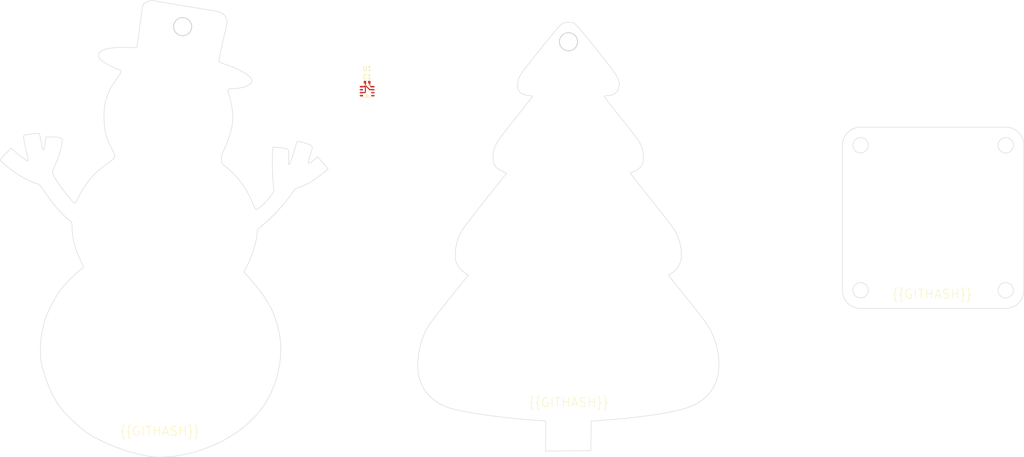
<source format=kicad_pcb>
(kicad_pcb (version 20221018) (generator pcbnew)
  (layers (0 "F.Cu" signal) (31 "B.Cu" signal) (34 "B.Paste" user) (35 "F.Paste" user) (36 "B.SilkS" user "B.Silkscreen") (37 "F.SilkS" user "F.Silkscreen") (38 "B.Mask" user) (39 "F.Mask" user) (44 "Edge.Cuts" user))
  (net 0 "")
  (net 1 "sck")
  (net 2 "sdi")
  (net 3 "vcc")
  (net 4 "gnd")
  (footprint "lib:LGA-8_BME280_BL" (layer "F.Cu") (at 116.84 69.85)
    (fp_text reference "U1" (at 0 -4.98) (layer "F.SilkS"))
    (fp_text value "")
    (fp_line (start 1.33 -1.33) (end -1.33 -1.33) (stroke (width 0.15)) (layer "F.SilkS"))
    (fp_line (start 1.33 1.33) (end -1.33 1.33) (stroke (width 0.15)) (layer "F.SilkS"))
    (fp_circle (center 0 0.89) (end 0.15 0.89) (stroke (width 0.3)) (fill none) (layer "F.SilkS"))
    (fp_circle (center 0.51 -1.02) (end 0.61 -1.02) (stroke (width 0.2)) (fill none) (layer "F.SilkS"))
    (pad "1" smd oval (at 1.26 -0.98 90) (size 0.36 0.77) (layers "F.Cu" "F.Paste" "F.Mask") (net 4 "gnd"))
    (pad "2" smd oval (at 1.26 -0.33 90) (size 0.36 0.77) (layers "F.Cu" "F.Paste" "F.Mask") (net 3 "vcc"))
    (pad "3" smd oval (at 1.26 0.32 90) (size 0.36 0.77) (layers "F.Cu" "F.Paste" "F.Mask") (net 2 "sdi"))
    (pad "4" smd oval (at 1.26 0.98 90) (size 0.36 0.77) (layers "F.Cu" "F.Paste" "F.Mask") (net 1 "sck"))
    (pad "5" smd oval (at -1.26 0.98 90) (size 0.36 0.77) (layers "F.Cu" "F.Paste" "F.Mask") (net 4 "gnd"))
    (pad "6" smd oval (at -1.26 0.32 90) (size 0.36 0.77) (layers "F.Cu" "F.Paste" "F.Mask") (net 3 "vcc"))
    (pad "7" smd oval (at -1.26 -0.33 90) (size 0.36 0.77) (layers "F.Cu" "F.Paste" "F.Mask") (net 4 "gnd"))
    (pad "8" smd oval (at -1.26 -0.98 90) (size 0.36 0.77) (layers "F.Cu" "F.Paste" "F.Mask") (net 3 "vcc"))
  )
  (footprint "lib:C0402" (layer "F.Cu") (at 116.838424 67.859214)
    (fp_text reference "C1" (at 0 -1.16) (layer "F.SilkS"))
    (fp_text value "Multilayer Ceramic Capacitors MLCC - SMD/SMT 100nF 10V 0402 RoHS")
    (fp_line (start -0.107836 -0.36) (end 0.107836 -0.36) (stroke (width 0.12)) (layer "F.SilkS"))
    (fp_line (start -0.107836 0.36) (end 0.107836 0.36) (stroke (width 0.12)) (layer "F.SilkS"))
    (pad "1" smd roundrect (at -0.48 0) (size 0.56 0.62) (layers "F.Cu" "F.Paste" "F.Mask") (net 3 "vcc"))
    (pad "2" smd roundrect (at 0.48 0) (size 0.56 0.62) (layers "F.Cu" "F.Paste" "F.Mask") (net 4 "gnd"))
  )
  (gr_circle (center 225.62 81.79) (end 227.32 81.79) (stroke (width 0.1)) (fill none) (layer "Edge.Cuts"))
  (gr_circle (center 257.62 113.79) (end 259.32 113.79) (stroke (width 0.1)) (fill none) (layer "Edge.Cuts"))
  (gr_circle (center 257.62 81.79) (end 259.32 81.79) (stroke (width 0.1)) (fill none) (layer "Edge.Cuts"))
  (gr_poly (pts (xy 75.142222 50.797022) (xy 79.756606 51.568267) (xy 82.366969 51.99203) (xy 83.019066 52.095762) (xy 83.303876 52.146979) (xy 83.563537 52.198618) (xy 83.799806 52.251323) (xy 84.01444 52.305736) (xy 84.209196 52.362498) (xy 84.385831 52.422252) (xy 84.546102 52.485641) (xy 84.691766 52.553306) (xy 84.824581 52.62589) (xy 84.946303 52.704035) (xy 85.05869 52.788383) (xy 85.163499 52.879577) (xy 85.262486 52.978258) (xy 85.357409 53.08507) (xy 85.479286 53.234958) (xy 85.586233 53.378736) (xy 85.634185 53.44915) (xy 85.678498 53.519015) (xy 85.719202 53.588656) (xy 85.75633 53.658402) (xy 85.789911 53.728576) (xy 85.819976 53.799506) (xy 85.846558 53.871517) (xy 85.869686 53.944936) (xy 85.889392 54.020089) (xy 85.905707 54.097301) (xy 85.918662 54.176899) (xy 85.928287 54.259209) (xy 85.934615 54.344557) (xy 85.937675 54.433269) (xy 85.937499 54.525672) (xy 85.934119 54.62209) (xy 85.927564 54.722851) (xy 85.917866 54.82828) (xy 85.889166 55.054449) (xy 85.848266 55.303204) (xy 85.795414 55.577155) (xy 85.730859 55.878909) (xy 85.654849 56.211077) (xy 84.878546 59.55341) (xy 84.657875 60.550977) (xy 84.450892 61.532488) (xy 84.331406 62.116419) (xy 84.229648 62.629765) (xy 84.15639 63.017063) (xy 84.122409 63.222849) (xy 84.123062 63.236814) (xy 84.127967 63.251873) (xy 84.137065 63.268001) (xy 84.150302 63.285171) (xy 84.167619 63.303357) (xy 84.188962 63.322534) (xy 84.214273 63.342674) (xy 84.243497 63.363751) (xy 84.313454 63.408613) (xy 84.398381 63.456909) (xy 84.497828 63.50843) (xy 84.611342 63.562966) (xy 84.738473 63.620306) (xy 84.878767 63.680241) (xy 85.031775 63.742561) (xy 85.197043 63.807056) (xy 85.374121 63.873515) (xy 85.562558 63.94173) (xy 85.7619 64.011489) (xy 85.971698 64.082583) (xy 86.585981 64.296029) (xy 87.172975 64.516947) (xy 87.730729 64.744054) (xy 88.257293 64.976069) (xy 88.75072 65.211708) (xy 89.209058 65.449689) (xy 89.63036 65.68873) (xy 90.012676 65.927548) (xy 90.354056 66.16486) (xy 90.652552 66.399385) (xy 90.906214 66.629839) (xy 91.113092 66.85494) (xy 91.271238 67.073405) (xy 91.378702 67.283953) (xy 91.412819 67.385857) (xy 91.433535 67.485301) (xy 91.440605 67.582123) (xy 91.433787 67.676165) (xy 91.41712 67.753004) (xy 91.390362 67.829368) (xy 91.35383 67.905131) (xy 91.307839 67.980165) (xy 91.252707 68.054343) (xy 91.188749 68.12754) (xy 91.116281 68.199626) (xy 91.03562 68.270477) (xy 90.947082 68.339964) (xy 90.850984 68.407961) (xy 90.747641 68.47434) (xy 90.637371 68.538975) (xy 90.520488 68.601739) (xy 90.39731 68.662505) (xy 90.268153 68.721145) (xy 90.133332 68.777534) (xy 89.993165 68.831543) (xy 89.847967 68.883047) (xy 89.543745 68.978027) (xy 89.223197 69.06146) (xy 88.888852 69.132329) (xy 88.54324 69.189618) (xy 88.188892 69.232313) (xy 88.009232 69.24787) (xy 87.828337 69.259397) (xy 87.646523 69.266767) (xy 87.464106 69.269854) (xy 87.202959 69.272042) (xy 86.97453 69.277492) (xy 86.777472 69.288473) (xy 86.690288 69.296746) (xy 86.610443 69.307253) (xy 86.537768 69.320276) (xy 86.472096 69.3361) (xy 86.413258 69.355009) (xy 86.361087 69.377285) (xy 86.315414 69.403211) (xy 86.276071 69.433073) (xy 86.24289 69.467154) (xy 86.215703 69.505736) (xy 86.194342 69.549103) (xy 86.178638 69.59754) (xy 86.168424 69.65133) (xy 86.163532 69.710755) (xy 86.163793 69.776101) (xy 86.169039 69.847649) (xy 86.179102 69.925685) (xy 86.193814 70.010491) (xy 86.236514 70.20155) (xy 86.295792 70.423093) (xy 86.370304 70.677389) (xy 86.458705 70.966708) (xy 86.582128 71.384478) (xy 86.694998 71.803093) (xy 86.797211 72.221567) (xy 86.888665 72.638919) (xy 86.969257 73.054166) (xy 87.038885 73.466323) (xy 87.097447 73.874409) (xy 87.144838 74.277439) (xy 87.180958 74.674432) (xy 87.205702 75.064404) (xy 87.21897 75.446371) (xy 87.220657 75.819352) (xy 87.210662 76.182361) (xy 87.188881 76.534418) (xy 87.155212 76.874538) (xy 87.109553 77.201739) (xy 86.986123 77.871628) (xy 86.830027 78.558912) (xy 86.643845 79.255662) (xy 86.430157 79.953949) (xy 86.19154 80.645848) (xy 85.930575 81.323429) (xy 85.649841 81.978766) (xy 85.351916 82.60393) (xy 85.189192 82.938586) (xy 85.118752 83.093315) (xy 85.055229 83.240939) (xy 84.998352 83.382431) (xy 84.947849 83.518761) (xy 84.903447 83.650903) (xy 84.864875 83.779828) (xy 84.831859 83.906506) (xy 84.804129 84.031911) (xy 84.781412 84.157013) (xy 84.763435 84.282785) (xy 84.749927 84.410197) (xy 84.740615 84.540223) (xy 84.735228 84.673833) (xy 84.733493 84.811999) (xy 84.736223 85.129082) (xy 84.741369 85.261496) (xy 84.750575 85.379459) (xy 84.764997 85.485194) (xy 84.774524 85.534172) (xy 84.785789 85.580928) (xy 84.798934 85.625739) (xy 84.814106 85.668884) (xy 84.831447 85.710641) (xy 84.851104 85.751288) (xy 84.873219 85.791103) (xy 84.897937 85.830364) (xy 84.925403 85.869349) (xy 84.955761 85.908337) (xy 84.989155 85.947605) (xy 85.02573 85.987432) (xy 85.109 86.069873) (xy 85.206725 86.157886) (xy 85.320061 86.253696) (xy 85.598185 86.477602) (xy 86.096863 86.886277) (xy 86.577755 87.306529) (xy 87.04138 87.739064) (xy 87.488258 88.184586) (xy 87.918909 88.6438) (xy 88.333852 89.117412) (xy 88.733607 89.606125) (xy 89.118694 90.110646) (xy 89.489632 90.631678) (xy 89.846941 91.169927) (xy 90.19114 91.726098) (xy 90.52275 92.300895) (xy 90.84229 92.895024) (xy 91.150279 93.509189) (xy 91.447237 94.144095) (xy 91.733683 94.800448) (xy 91.84059 95.047283) (xy 91.945802 95.277558) (xy 92.046625 95.486234) (xy 92.140364 95.668271) (xy 92.224324 95.818627) (xy 92.295813 95.932265) (xy 92.326039 95.973739) (xy 92.352136 96.004143) (xy 92.373767 96.022848) (xy 92.382804 96.027616) (xy 92.390597 96.029223) (xy 92.399173 96.028006) (xy 92.410522 96.024397) (xy 92.441219 96.010237) (xy 92.482045 95.987221) (xy 92.53236 95.955824) (xy 92.591521 95.916524) (xy 92.658887 95.869798) (xy 92.815666 95.755976) (xy 92.997564 95.618173) (xy 93.199447 95.460204) (xy 93.416182 95.285885) (xy 93.642634 95.099032) (xy 93.891007 94.882848) (xy 94.141366 94.648628) (xy 94.390948 94.400061) (xy 94.636991 94.140836) (xy 94.87673 93.874641) (xy 95.107403 93.605164) (xy 95.326247 93.336095) (xy 95.530498 93.071122) (xy 95.717394 92.813933) (xy 95.884171 92.568218) (xy 96.028066 92.337665) (xy 96.146316 92.125962) (xy 96.236159 91.936798) (xy 96.294829 91.773863) (xy 96.311612 91.703383) (xy 96.319566 91.640844) (xy 96.318345 91.586706) (xy 96.307605 91.54143) (xy 96.264441 91.378418) (xy 96.221593 91.121805) (xy 96.138989 90.373142) (xy 96.064068 89.386161) (xy 96.001109 88.251583) (xy 95.954389 87.060129) (xy 95.928186 85.902519) (xy 95.926777 84.869474) (xy 95.95444 84.051714) (xy 96.07471 82.177477) (xy 97.36716 82.304781) (xy 98.13507 82.379263) (xy 98.441266 82.413109) (xy 98.700599 82.449744) (xy 98.916803 82.492956) (xy 99.009898 82.518212) (xy 99.09361 82.546534) (xy 99.168406 82.578395) (xy 99.234753 82.614268) (xy 99.293117 82.654627) (xy 99.343964 82.699946) (xy 99.387763 82.750698) (xy 99.424978 82.807357) (xy 99.456076 82.870396) (xy 99.481525 82.94029) (xy 99.501791 83.017511) (xy 99.51734 83.102533) (xy 99.536155 83.297877) (xy 99.541702 83.530109) (xy 99.537716 83.803018) (xy 99.51607 84.486025) (xy 99.501811 85.019341) (xy 99.495778 85.429631) (xy 99.49953 85.727933) (xy 99.505563 85.838537) (xy 99.514626 85.925284) (xy 99.526915 85.989553) (xy 99.542625 86.032723) (xy 99.551823 86.046828) (xy 99.56195 86.056175) (xy 99.573029 86.060938) (xy 99.585085 86.061289) (xy 99.612224 86.049443) (xy 99.643564 86.022019) (xy 99.679299 85.980395) (xy 99.719623 85.925951) (xy 99.770963 85.835961) (xy 99.83738 85.6921) (xy 100.00736 85.267042) (xy 100.213404 84.699332) (xy 100.439353 84.037526) (xy 100.669049 83.330178) (xy 100.886332 82.625845) (xy 101.075044 81.973082) (xy 101.219027 81.420443) (xy 101.232451 81.367288) (xy 101.246658 81.317349) (xy 101.261814 81.270604) (xy 101.278084 81.227032) (xy 101.295634 81.186611) (xy 101.314631 81.149321) (xy 101.33524 81.115138) (xy 101.357628 81.084043) (xy 101.381959 81.056013) (xy 101.4084 81.031027) (xy 101.437117 81.009064) (xy 101.468275 80.990102) (xy 101.502041 80.974119) (xy 101.538581 80.961095) (xy 101.578059 80.951007) (xy 101.620643 80.943835) (xy 101.666497 80.939556) (xy 101.715788 80.938149) (xy 101.768682 80.939594) (xy 101.825345 80.943867) (xy 101.885942 80.950949) (xy 101.950639 80.960817) (xy 102.019603 80.97345) (xy 102.092998 80.988826) (xy 102.170992 81.006924) (xy 102.253749 81.027723) (xy 102.434219 81.077337) (xy 102.635734 81.137495) (xy 102.859622 81.208025) (xy 103.581471 81.438726) (xy 103.868146 81.535185) (xy 104.108644 81.625316) (xy 104.212356 81.669476) (xy 104.305459 81.713816) (xy 104.388264 81.758923) (xy 104.461082 81.805384) (xy 104.524226 81.853787) (xy 104.578006 81.904719) (xy 104.622735 81.958768) (xy 104.658725 82.01652) (xy 104.686285 82.078563) (xy 104.705729 82.145484) (xy 104.717368 82.217871) (xy 104.721513 82.296311) (xy 104.718476 82.381392) (xy 104.708568 82.4737) (xy 104.692102 82.573823) (xy 104.669388 82.682348) (xy 104.606464 82.926954) (xy 104.522289 83.212218) (xy 104.300158 83.92351) (xy 104.076968 84.658354) (xy 103.993442 84.95378) (xy 103.929762 85.203046) (xy 103.886777 85.407528) (xy 103.865337 85.568604) (xy 103.862962 85.633296) (xy 103.866292 85.687652) (xy 103.875434 85.731846) (xy 103.890492 85.766049) (xy 103.911574 85.790433) (xy 103.938786 85.805172) (xy 103.972234 85.810436) (xy 104.012025 85.806398) (xy 104.058263 85.79323) (xy 104.111056 85.771105) (xy 104.236732 85.700671) (xy 104.3899 85.596472) (xy 104.571411 85.459887) (xy 105.02286 85.095065) (xy 105.918216 84.355181) (xy 106.388476 84.86751) (xy 106.496975 84.987739) (xy 106.625318 85.133369) (xy 106.92254 85.478508) (xy 107.242155 85.858286) (xy 107.546176 86.22806) (xy 108.2336 87.076296) (xy 106.72333 88.254687) (xy 106.031007 88.783192) (xy 105.392025 89.245391) (xy 105.089314 89.453516) (xy 104.796071 89.647331) (xy 104.511007 89.827593) (xy 104.232833 89.995056) (xy 103.960259 90.150478) (xy 103.691998 90.294613) (xy 103.426759 90.428217) (xy 103.163254 90.552046) (xy 102.900193 90.666855) (xy 102.636288 90.773401) (xy 102.370249 90.872439) (xy 102.100787 90.964724) (xy 101.955978 91.013649) (xy 101.818902 91.062832) (xy 101.689432 91.112348) (xy 101.567439 91.162273) (xy 101.452795 91.212683) (xy 101.345371 91.263651) (xy 101.245039 91.315254) (xy 101.151671 91.367567) (xy 101.065138 91.420665) (xy 100.985313 91.474624) (xy 100.912065 91.529517) (xy 100.845269 91.585421) (xy 100.784794 91.642412) (xy 100.730512 91.700563) (xy 100.682296 91.759951) (xy 100.640017 91.82065) (xy 100.313962 92.312951) (xy 99.958065 92.82026) (xy 99.575318 93.339289) (xy 99.168711 93.866747) (xy 98.741234 94.399346) (xy 98.295878 94.933795) (xy 97.835635 95.466804) (xy 97.363494 95.995083) (xy 96.882446 96.515343) (xy 96.395482 97.024295) (xy 95.905593 97.518647) (xy 95.415769 97.995111) (xy 94.929002 98.450396) (xy 94.44828 98.881213) (xy 93.976596 99.284272) (xy 93.51694 99.656283) (xy 93.364132 99.777198) (xy 93.228349 99.887118) (xy 93.108601 99.987555) (xy 93.003899 100.080022) (xy 92.913256 100.166032) (xy 92.835682 100.247098) (xy 92.770188 100.324733) (xy 92.741662 100.362737) (xy 92.715786 100.40045) (xy 92.692435 100.438062) (xy 92.671487 100.475762) (xy 92.652817 100.513738) (xy 92.636302 100.552181) (xy 92.621819 100.591279) (xy 92.609244 100.631221) (xy 92.589322 100.714395) (xy 92.575548 100.803215) (xy 92.566934 100.899195) (xy 92.56249 101.003847) (xy 92.561229 101.118685) (xy 92.548214 101.459191) (xy 92.510172 101.840399) (xy 92.448603 102.257479) (xy 92.365007 102.705605) (xy 92.260885 103.179948) (xy 92.137739 103.675679) (xy 91.997068 104.187971) (xy 91.840373 104.711996) (xy 91.669155 105.242926) (xy 91.484915 105.775933) (xy 91.289154 106.306188) (xy 91.083372 106.828864) (xy 90.86907 107.339132) (xy 90.647749 107.832164) (xy 90.420909 108.303133) (xy 90.190051 108.74721) (xy 89.658061 109.729433) (xy 90.799319 111.025652) (xy 91.552256 111.894452) (xy 92.247519 112.726345) (xy 92.887901 113.52649) (xy 93.476195 114.300047) (xy 94.015193 115.052178) (xy 94.507688 115.788042) (xy 94.956473 116.5128) (xy 95.364341 117.231612) (xy 95.734083 117.949638) (xy 96.068493 118.672038) (xy 96.370364 119.403974) (xy 96.642488 120.150605) (xy 96.887657 120.917091) (xy 97.108665 121.708593) (xy 97.308304 122.530271) (xy 97.489367 123.387286) (xy 97.659586 124.435519) (xy 97.764545 125.512723) (xy 97.805707 126.613102) (xy 97.784533 127.73086) (xy 97.702485 128.860202) (xy 97.561026 129.995332) (xy 97.361618 131.130454) (xy 97.105722 132.259774) (xy 96.794801 133.377494) (xy 96.430316 134.47782) (xy 96.01373 135.554956) (xy 95.546505 136.603107) (xy 95.030102 137.616476) (xy 94.465984 138.589268) (xy 93.855613 139.515689) (xy 93.20045 140.389941) (xy 92.386005 141.350273) (xy 91.510226 142.273552) (xy 90.576227 143.158109) (xy 89.587122 144.002278) (xy 88.546024 144.80439) (xy 87.456048 145.562779) (xy 86.320308 146.275777) (xy 85.141916 146.941716) (xy 83.923988 147.558929) (xy 82.669636 148.125749) (xy 81.381976 148.640508) (xy 80.06412 149.101539) (xy 78.719182 149.507174) (xy 77.350277 149.855747) (xy 75.960518 150.145589) (xy 74.553019 150.375033) (xy 73.862872 150.459306) (xy 73.131633 150.525975) (xy 72.383923 150.574372) (xy 71.644361 150.603827) (xy 70.93757 150.613671) (xy 70.288169 150.603235) (xy 69.720779 150.57185) (xy 69.475532 150.548093) (xy 69.26002 150.518847) (xy 69.260051 150.518832) (xy 67.831835 150.262486) (xy 66.416949 149.953785) (xy 65.016193 149.592984) (xy 63.630368 149.180338) (xy 62.260274 148.716103) (xy 60.90671 148.200532) (xy 59.570477 147.633881) (xy 58.252375 147.016405) (xy 57.283074 146.528505) (xy 56.847829 146.298277) (xy 56.438641 146.072324) (xy 56.050351 145.846994) (xy 55.6778 145.618633) (xy 55.315827 145.383588) (xy 54.959273 145.138205) (xy 54.602979 144.87883) (xy 54.241783 144.601811) (xy 53.870528 144.303492) (xy 53.484054 143.980222) (xy 52.644807 143.244211) (xy 51.682765 142.36455) (xy 51.097036 141.804159) (xy 50.54538 141.238954) (xy 50.025658 140.665073) (xy 49.535731 140.078649) (xy 49.07346 139.475819) (xy 48.636705 138.852719) (xy 48.223328 138.205483) (xy 47.831189 137.530249) (xy 47.458149 136.823151) (xy 47.10207 136.080325) (xy 46.760812 135.297907) (xy 46.432236 134.472032) (xy 46.114202 133.598836) (xy 45.804573 132.674455) (xy 45.501208 131.695024) (xy 45.201968 130.656679) (xy 45.078569 130.147371) (xy 44.978794 129.594224) (xy 44.90231 129.00242) (xy 44.848785 128.377144) (xy 44.817886 127.723579) (xy 44.809281 127.046907) (xy 44.822637 126.352311) (xy 44.857621 125.644974) (xy 44.913901 124.93008) (xy 44.991145 124.212811) (xy 45.089019 123.498351) (xy 45.207191 122.791883) (xy 45.345328 122.098589) (xy 45.503099 121.423652) (xy 45.68017 120.772256) (xy 45.876208 120.149584) (xy 46.005143 119.787909) (xy 46.154924 119.401263) (xy 46.508073 118.570286) (xy 46.917749 117.69111) (xy 47.366047 116.79819) (xy 47.83506 115.92598) (xy 48.306883 115.108937) (xy 48.76361 114.381515) (xy 48.980717 114.062179) (xy 49.187335 113.77817) (xy 49.387433 113.519297) (xy 49.599256 113.255538) (xy 50.056372 112.715109) (xy 50.555279 112.160374) (xy 51.092575 111.594824) (xy 51.664855 111.021952) (xy 52.268718 110.445248) (xy 52.900758 109.868205) (xy 53.557574 109.294314) (xy 54.329783 108.634142) (xy 53.616031 107.110232) (xy 53.390001 106.6154) (xy 53.179365 106.128819) (xy 52.984012 105.650049) (xy 52.803829 105.178652) (xy 52.638704 104.71419) (xy 52.488525 104.256224) (xy 52.353181 103.804315) (xy 52.232559 103.358025) (xy 52.126547 102.916915) (xy 52.035034 102.480548) (xy 51.957906 102.048484) (xy 51.895053 101.620284) (xy 51.846363 101.195511) (xy 51.811722 100.773726) (xy 51.79102 100.35449) (xy 51.784144 99.937365) (xy 51.780657 99.620612) (xy 51.776007 99.482669) (xy 51.769161 99.357285) (xy 51.759927 99.243666) (xy 51.748111 99.141014) (xy 51.733519 99.048534) (xy 51.715958 98.96543) (xy 51.695233 98.890904) (xy 51.671153 98.824161) (xy 51.643523 98.764406) (xy 51.612149 98.71084) (xy 51.576839 98.662669) (xy 51.537399 98.619096) (xy 51.493635 98.579325) (xy 51.445353 98.542559) (xy 51.149902 98.324092) (xy 50.839064 98.073347) (xy 50.514896 97.792628) (xy 50.179453 97.484238) (xy 49.834791 97.150482) (xy 49.482966 96.793665) (xy 49.126033 96.41609) (xy 48.766047 96.020062) (xy 48.405065 95.607885) (xy 48.045142 95.181864) (xy 47.688333 94.744302) (xy 47.336694 94.297504) (xy 46.992281 93.843774) (xy 46.657149 93.385417) (xy 46.333354 92.924737) (xy 46.022952 92.464037) (xy 45.611719 91.844971) (xy 45.279782 91.362091) (xy 45.137757 91.165551) (xy 45.008606 90.995655) (xy 44.89001 90.849933) (xy 44.779654 90.725918) (xy 44.675221 90.621143) (xy 44.574392 90.533138) (xy 44.474852 90.459437) (xy 44.374284 90.397571) (xy 44.27037 90.345073) (xy 44.160793 90.299474) (xy 44.043237 90.258307) (xy 43.915385 90.219103) (xy 43.593888 90.117525) (xy 43.255864 89.996009) (xy 42.903268 89.855657) (xy 42.538058 89.697573) (xy 42.162189 89.522858) (xy 41.777618 89.332616) (xy 41.386301 89.127951) (xy 40.990194 88.909964) (xy 40.591254 88.679759) (xy 40.191438 88.438438) (xy 39.792701 88.187105) (xy 39.396999 87.926862) (xy 39.00629 87.658812) (xy 38.622529 87.384058) (xy 38.247673 87.103703) (xy 37.883677 86.81885) (xy 37.49456 86.502783) (xy 37.131548 86.199554) (xy 36.802586 85.916398) (xy 36.515619 85.660548) (xy 36.278593 85.439239) (xy 36.099452 85.259705) (xy 36.034071 85.187865) (xy 35.986141 85.129182) (xy 35.956654 85.08456) (xy 35.946605 85.054903) (xy 35.948192 85.042433) (xy 35.952903 85.026953) (xy 35.971384 84.987332) (xy 36.001425 84.936776) (xy 36.042403 84.876021) (xy 36.093695 84.805804) (xy 36.154681 84.726859) (xy 36.224736 84.639924) (xy 36.303239 84.545735) (xy 36.389567 84.445026) (xy 36.483097 84.338536) (xy 36.689276 84.11115) (xy 36.916796 83.869466) (xy 37.037003 83.745102) (xy 37.160678 83.619372) (xy 38.374759 82.395922) (xy 39.365809 83.301684) (xy 39.814301 83.698656) (xy 40.266196 84.075272) (xy 40.704205 84.419302) (xy 41.111041 84.718514) (xy 41.469414 84.960676) (xy 41.625024 85.056541) (xy 41.762035 85.133557) (xy 41.878286 85.190195) (xy 41.971615 85.224926) (xy 42.039863 85.236222) (xy 42.063905 85.232603) (xy 42.080867 85.222552) (xy 42.085566 85.215268) (xy 42.089233 85.203934) (xy 42.093537 85.169549) (xy 42.093921 85.120268) (xy 42.090523 85.056964) (xy 42.083485 84.98051) (xy 42.072948 84.891778) (xy 42.059051 84.79164) (xy 42.041937 84.68097) (xy 41.998614 84.43152) (xy 41.944105 84.150408) (xy 41.879534 83.844615) (xy 41.806025 83.52112) (xy 41.578977 82.541169) (xy 41.399614 81.732306) (xy 41.265507 81.079136) (xy 41.174225 80.56626) (xy 41.123338 80.17828) (xy 41.112283 80.026315) (xy 41.110416 79.899799) (xy 41.117432 79.796809) (xy 41.133029 79.71542) (xy 41.156901 79.653706) (xy 41.188746 79.609743) (xy 41.213078 79.592846) (xy 41.252556 79.575085) (xy 41.372962 79.537437) (xy 41.541984 79.497733) (xy 41.751641 79.456905) (xy 42.26094 79.37561) (xy 42.837013 79.301016) (xy 43.416018 79.240586) (xy 43.934111 79.201782) (xy 44.150364 79.192822) (xy 44.327447 79.192067) (xy 44.45738 79.20045) (xy 44.532183 79.218905) (xy 44.538527 79.223215) (xy 44.545097 79.229471) (xy 44.551878 79.23762) (xy 44.558855 79.247608) (xy 44.573336 79.272888) (xy 44.588416 79.304879) (xy 44.603974 79.343154) (xy 44.619887 79.387282) (xy 44.636031 79.436835) (xy 44.652284 79.491383) (xy 44.668525 79.550496) (xy 44.684629 79.613746) (xy 44.700475 79.680703) (xy 44.715939 79.750937) (xy 44.7309 79.82402) (xy 44.745234 79.899521) (xy 44.75882 79.977012) (xy 44.771533 80.056063) (xy 44.946351 81.130774) (xy 45.025944 81.564983) (xy 45.101061 81.931234) (xy 45.172253 82.230134) (xy 45.24007 82.462288) (xy 45.305063 82.628302) (xy 45.336673 82.686696) (xy 45.367783 82.728781) (xy 45.398463 82.754634) (xy 45.428781 82.764331) (xy 45.458807 82.757947) (xy 45.488608 82.735557) (xy 45.518254 82.697238) (xy 45.547814 82.643066) (xy 45.606951 82.487462) (xy 45.666568 82.269351) (xy 45.727218 81.98934) (xy 45.78945 81.648032) (xy 45.853816 81.246035) (xy 46.055377 79.918581) (xy 47.417926 79.96628) (xy 48.109143 79.993687) (xy 48.392021 80.009194) (xy 48.636741 80.027435) (xy 48.846051 80.049559) (xy 49.022696 80.076715) (xy 49.169424 80.110051) (xy 49.288982 80.150717) (xy 49.339431 80.174158) (xy 49.384117 80.199861) (xy 49.423385 80.227972) (xy 49.457577 80.258632) (xy 49.487036 80.291987) (xy 49.512107 80.32818) (xy 49.533132 80.367353) (xy 49.550455 80.409652) (xy 49.575367 80.504197) (xy 49.589592 80.612965) (xy 49.595876 80.737105) (xy 49.596965 80.877764) (xy 49.590289 81.099803) (xy 49.571905 81.336737) (xy 49.542029 81.587807) (xy 49.500879 81.852253) (xy 49.448672 82.129318) (xy 49.385623 82.418243) (xy 49.311951 82.718269) (xy 49.227873 83.028637) (xy 49.133604 83.34859) (xy 49.029362 83.677367) (xy 48.915364 84.014212) (xy 48.791827 84.358364) (xy 48.658967 84.709065) (xy 48.517002 85.065558) (xy 48.366148 85.427082) (xy 48.206622 85.792879) (xy 47.949769 86.374791) (xy 47.755997 86.832451) (xy 47.68104 87.021721) (xy 47.619784 87.188367) (xy 47.571537 87.335205) (xy 47.535609 87.465048) (xy 47.511311 87.580709) (xy 47.497952 87.685002) (xy 47.494842 87.78074) (xy 47.501291 87.870737) (xy 47.516609 87.957807) (xy 47.540106 88.044763) (xy 47.571091 88.134418) (xy 47.608874 88.229586) (xy 47.761079 88.551834) (xy 47.975096 88.939463) (xy 48.241913 89.380584) (xy 48.55252 89.863307) (xy 49.269066 90.905997) (xy 50.052651 91.972411) (xy 50.831193 92.967426) (xy 51.196047 93.408433) (xy 51.532609 93.795921) (xy 51.831869 94.117998) (xy 52.084818 94.362774) (xy 52.282443 94.518359) (xy 52.357694 94.558989) (xy 52.415736 94.572863) (xy 52.426811 94.571375) (xy 52.439084 94.56696) (xy 52.452509 94.559691) (xy 52.467041 94.549641) (xy 52.482633 94.536883) (xy 52.499239 94.521489) (xy 52.516813 94.503532) (xy 52.535309 94.483086) (xy 52.574881 94.435018) (xy 52.617586 94.377866) (xy 52.663055 94.312214) (xy 52.710918 94.238646) (xy 52.760808 94.157745) (xy 52.812354 94.070093) (xy 52.865187 93.976276) (xy 52.918939 93.876875) (xy 52.97324 93.772474) (xy 53.02772 93.663657) (xy 53.082012 93.551007) (xy 53.135745 93.435107) (xy 53.405424 92.869327) (xy 53.69623 92.311615) (xy 54.007442 91.76282) (xy 54.338342 91.223792) (xy 54.688208 90.695381) (xy 55.05632 90.178436) (xy 55.441958 89.673808) (xy 55.844402 89.182347) (xy 56.262932 88.704901) (xy 56.696828 88.242322) (xy 57.145369 87.795459) (xy 57.607836 87.365163) (xy 58.083508 86.952281) (xy 58.571665 86.557666) (xy 59.071586 86.182166) (xy 59.582553 85.826632) (xy 59.914962 85.598282) (xy 60.214172 85.3804) (xy 60.477869 85.17504) (xy 60.595674 85.077698) (xy 60.703732 84.984257) (xy 60.801753 84.894974) (xy 60.889447 84.810106) (xy 60.966524 84.72991) (xy 61.032694 84.654642) (xy 61.087669 84.584559) (xy 61.131158 84.519919) (xy 61.162872 84.460977) (xy 61.182521 84.407992) (xy 61.189444 84.378526) (xy 61.194656 84.347449) (xy 61.198136 84.314702) (xy 61.199864 84.280227) (xy 61.197977 84.205863) (xy 61.188829 84.123892) (xy 61.172254 84.033852) (xy 61.148084 83.935279) (xy 61.116154 83.82771) (xy 61.076297 83.71068) (xy 61.028345 83.583727) (xy 60.972134 83.446388) (xy 60.907495 83.298197) (xy 60.834263 83.138693) (xy 60.75227 82.967412) (xy 60.661351 82.783889) (xy 60.561339 82.587662) (xy 60.452067 82.378268) (xy 60.237971 81.961359) (xy 60.041673 81.555601) (xy 59.862568 81.158484) (xy 59.700049 80.767498) (xy 59.553508 80.380135) (xy 59.422339 79.993885) (xy 59.305935 79.60624) (xy 59.203689 79.21469) (xy 59.114995 78.816725) (xy 59.039245 78.409838) (xy 58.975833 77.991518) (xy 58.924151 77.559256) (xy 58.883594 77.110544) (xy 58.853553 76.642872) (xy 58.833423 76.153731) (xy 58.822596 75.640612) (xy 58.82378 75.019765) (xy 58.843433 74.425285) (xy 58.882591 73.854032) (xy 58.942291 73.302869) (xy 59.023569 72.768658) (xy 59.127459 72.248262) (xy 59.255 71.738542) (xy 59.407225 71.236361) (xy 59.585172 70.73858) (xy 59.789877 70.242062) (xy 60.022374 69.743669) (xy 60.283701 69.240263) (xy 60.574893 68.728705) (xy 60.896986 68.205859) (xy 61.251015 67.668586) (xy 61.638018 67.113749) (xy 61.84244 66.825076) (xy 62.020375 66.566593) (xy 62.17201 66.336298) (xy 62.29753 66.132187) (xy 62.397121 65.95226) (xy 62.470968 65.794512) (xy 62.498296 65.72333) (xy 62.519258 65.656942) (xy 62.533877 65.595098) (xy 62.542176 65.537547) (xy 62.544179 65.484039) (xy 62.539908 65.434323) (xy 62.529387 65.388151) (xy 62.512639 65.34527) (xy 62.489688 65.305431) (xy 62.460556 65.268384) (xy 62.425267 65.233878) (xy 62.383844 65.201662) (xy 62.33631 65.171487) (xy 62.282689 65.143103) (xy 62.157276 65.090703) (xy 62.007792 65.042459) (xy 61.834422 64.996371) (xy 61.657986 64.943069) (xy 61.445562 64.862593) (xy 61.203024 64.758325) (xy 60.93625 64.633653) (xy 60.353499 64.336631) (xy 59.744319 63.998608) (xy 59.155721 63.646664) (xy 58.634716 63.307879) (xy 58.414252 63.151884) (xy 58.228316 63.009334) (xy 58.082783 62.883614) (xy 57.983531 62.778109) (xy 57.869943 62.622242) (xy 57.777351 62.470362) (xy 57.705558 62.322559) (xy 57.654369 62.178917) (xy 57.623588 62.039526) (xy 57.613018 61.904471) (xy 57.622463 61.773839) (xy 57.651728 61.647718) (xy 57.700616 61.526195) (xy 57.768931 61.409356) (xy 57.856477 61.297289) (xy 57.963058 61.190081) (xy 58.088479 61.087819) (xy 58.232542 60.99059) (xy 58.395052 60.89848) (xy 58.575812 60.811578) (xy 58.774627 60.72997) (xy 58.991301 60.653743) (xy 59.225638 60.582984) (xy 59.477441 60.51778) (xy 59.746514 60.458218) (xy 60.032661 60.404385) (xy 60.335687 60.356369) (xy 60.655395 60.314256) (xy 60.991589 60.278134) (xy 61.344073 60.248089) (xy 61.712651 60.224208) (xy 62.097127 60.20658) (xy 62.497305 60.195289) (xy 62.912988 60.190424) (xy 63.343981 60.192072) (xy 63.790088 60.20032) (xy 66.056857 60.258219) (xy 66.273486 58.80189) (xy 66.542465 56.891029) (xy 66.884944 54.341891) (xy 67.190183 52.053843) (xy 67.248082 51.679802) (xy 67.303557 51.37005) (xy 67.359078 51.117137) (xy 67.417116 50.913616) (xy 67.48014 50.752035) (xy 67.55062 50.624945) (xy 67.631027 50.524898) (xy 67.72383 50.444442) (xy 67.831501 50.37613) (xy 67.956508 50.312512) (xy 68.268412 50.169558) (xy 69.100734 49.778315)) (stroke (width 0.1)) (fill none) (layer "Edge.Cuts"))
  (gr_arc (start 261.62 113.79) (mid 260.448427 116.618427) (end 257.62 117.79) (stroke (width 0.1)) (layer "Edge.Cuts"))
  (gr_arc (start 225.62 117.79) (mid 222.791573 116.618427) (end 221.62 113.79) (stroke (width 0.1)) (layer "Edge.Cuts"))
  (gr_line (start 261.62 113.79) (end 261.62 81.79) (stroke (width 0.1)) (layer "Edge.Cuts"))
  (gr_circle (center 161.229974 58.946031) (end 163.229974 58.946031) (stroke (width 0.2)) (fill none) (layer "Edge.Cuts"))
  (gr_line (start 221.62 81.79) (end 221.62 113.79) (stroke (width 0.1)) (layer "Edge.Cuts"))
  (gr_arc (start 257.62 77.79) (mid 260.448427 78.961573) (end 261.62 81.79) (stroke (width 0.1)) (layer "Edge.Cuts"))
  (gr_poly (pts (xy 161.429183 54.643361) (xy 161.588699 54.648976) (xy 161.743405 54.660128) (xy 161.8913 54.67685) (xy 162.030385 54.699174) (xy 162.158659 54.727132) (xy 162.274122 54.760758) (xy 162.374774 54.800082) (xy 162.418214 54.822065) (xy 162.465501 54.850416) (xy 162.517128 54.885713) (xy 162.573587 54.928531) (xy 162.702967 55.039035) (xy 162.857578 55.186538) (xy 163.041357 55.37565) (xy 163.258241 55.610981) (xy 163.512165 55.897139) (xy 163.807067 56.238735) (xy 164.146884 56.640378) (xy 164.53555 57.106678) (xy 164.977005 57.642244) (xy 165.475183 58.251687) (xy 166.657456 59.710639) (xy 168.113864 61.520411) (xy 169.490282 63.25197) (xy 170.562092 64.650979) (xy 170.993296 65.243203) (xy 171.359779 65.7732) (xy 171.665351 66.247941) (xy 171.913823 66.674396) (xy 172.109006 67.059535) (xy 172.254708 67.41033) (xy 172.354741 67.733749) (xy 172.412915 68.036764) (xy 172.433041 68.326344) (xy 172.418927 68.609461) (xy 172.374385 68.893084) (xy 172.303226 69.184183) (xy 172.274597 69.278158) (xy 172.242 69.369887) (xy 172.205507 69.459324) (xy 172.165188 69.546423) (xy 172.121114 69.631137) (xy 172.073357 69.713419) (xy 172.021987 69.793223) (xy 171.967076 69.870502) (xy 171.908694 69.945208) (xy 171.846914 70.017296) (xy 171.781806 70.08672) (xy 171.71344 70.153431) (xy 171.641889 70.217383) (xy 171.567223 70.278531) (xy 171.489513 70.336826) (xy 171.408831 70.392223) (xy 171.325247 70.444674) (xy 171.238833 70.494134) (xy 171.14966 70.540554) (xy 171.057799 70.58389) (xy 170.96332 70.624093) (xy 170.866295 70.661118) (xy 170.766796 70.694917) (xy 170.664893 70.725444) (xy 170.560657 70.752652) (xy 170.45416 70.776495) (xy 170.345472 70.796926) (xy 170.234664 70.813898) (xy 170.121809 70.827364) (xy 170.006976 70.837278) (xy 169.890237 70.843593) (xy 169.771663 70.846262) (xy 169.726607 70.847177) (xy 169.681188 70.849133) (xy 169.590479 70.855957) (xy 169.501974 70.8663) (xy 169.418107 70.879728) (xy 169.378675 70.887463) (xy 169.341315 70.895806) (xy 169.306334 70.904703) (xy 169.274034 70.9141) (xy 169.244721 70.923942) (xy 169.218699 70.934176) (xy 169.196272 70.944746) (xy 169.177745 70.955599) (xy 169.171643 70.965792) (xy 169.172154 70.983757) (xy 169.17922 71.009417) (xy 169.192785 71.042693) (xy 169.239181 71.131786) (xy 169.310885 71.250417) (xy 169.407439 71.397965) (xy 169.528385 71.573811) (xy 169.673265 71.777334) (xy 169.841623 72.007915) (xy 170.246938 72.547768) (xy 170.740668 73.18841) (xy 171.319154 73.924882) (xy 171.978732 74.752222) (xy 174.641332 78.093405) (xy 175.537111 79.246786) (xy 176.200008 80.134787) (xy 176.673118 80.816979) (xy 176.99954 81.352933) (xy 177.222371 81.802218) (xy 177.384708 82.224406) (xy 177.462833 82.472098) (xy 177.531331 82.72855) (xy 177.59016 82.991701) (xy 177.639284 83.259489) (xy 177.678662 83.529854) (xy 177.708257 83.800735) (xy 177.728028 84.070071) (xy 177.737937 84.335802) (xy 177.737946 84.595867) (xy 177.728014 84.848205) (xy 177.708104 85.090755) (xy 177.678176 85.321456) (xy 177.638191 85.538248) (xy 177.588111 85.739069) (xy 177.527896 85.92186) (xy 177.457507 86.084559) (xy 177.391656 86.207668) (xy 177.318059 86.327563) (xy 177.236853 86.444134) (xy 177.148173 86.557272) (xy 177.052156 86.666869) (xy 176.948938 86.772814) (xy 176.838657 86.874999) (xy 176.721448 86.973315) (xy 176.597448 87.067652) (xy 176.466794 87.157903) (xy 176.32962 87.243956) (xy 176.186065 87.325705) (xy 176.036265 87.403039) (xy 175.880355 87.475849) (xy 175.718473 87.544027) (xy 175.550754 87.607462) (xy 175.482045 87.632835) (xy 175.415483 87.658969) (xy 175.351405 87.685667) (xy 175.290146 87.712731) (xy 175.23204 87.739963) (xy 175.177423 87.767164) (xy 175.126631 87.794136) (xy 175.079997 87.820681) (xy 175.037859 87.846601) (xy 175.00055 87.871698) (xy 174.968407 87.895773) (xy 174.941764 87.918629) (xy 174.920956 87.940066) (xy 174.90632 87.959888) (xy 174.898189 87.977896) (xy 174.896668 87.986157) (xy 174.8969 87.993891) (xy 174.922027 88.037315) (xy 174.991394 88.135797) (xy 175.25375 88.486297) (xy 176.209258 89.720013) (xy 177.617844 91.508896) (xy 179.333926 93.666804) (xy 181.092323 95.879526) (xy 182.616098 97.817656) (xy 183.742073 99.272256) (xy 184.307071 100.034388) (xy 184.515284 100.360502) (xy 184.7117 100.694247) (xy 184.896111 101.034954) (xy 185.068309 101.381957) (xy 185.228084 101.734588) (xy 185.375229 102.092181) (xy 185.509535 102.454068) (xy 185.630794 102.819582) (xy 185.738797 103.188056) (xy 185.833335 103.558822) (xy 185.914201 103.931214) (xy 185.981186 104.304563) (xy 186.034081 104.678204) (xy 186.072678 105.051468) (xy 186.096768 105.423689) (xy 186.106143 105.794199) (xy 186.105091 106.172735) (xy 186.095928 106.491761) (xy 186.087599 106.633067) (xy 186.076394 106.764426) (xy 186.062032 106.887483) (xy 186.044229 107.003882) (xy 186.022703 107.115265) (xy 185.997171 107.223277) (xy 185.967351 107.329562) (xy 185.932961 107.435763) (xy 185.893716 107.543524) (xy 185.849336 107.654488) (xy 185.744037 107.892603) (xy 185.654537 108.079442) (xy 185.563285 108.257402) (xy 185.469989 108.426825) (xy 185.374358 108.588053) (xy 185.276102 108.741425) (xy 185.174928 108.887283) (xy 185.070547 109.025968) (xy 184.962667 109.15782) (xy 184.850997 109.283181) (xy 184.735246 109.402392) (xy 184.615122 109.515794) (xy 184.490336 109.623727) (xy 184.360596 109.726532) (xy 184.22561 109.824551) (xy 184.085088 109.918125) (xy 183.938739 110.007593) (xy 183.810996 110.084401) (xy 183.691836 110.159793) (xy 183.583867 110.231854) (xy 183.489696 110.298666) (xy 183.41193 110.358313) (xy 183.380014 110.384851) (xy 183.353176 110.408878) (xy 183.331744 110.430155) (xy 183.316042 110.448443) (xy 183.306397 110.463502) (xy 183.303947 110.469746) (xy 183.303134 110.475092) (xy 183.318272 110.503511) (xy 183.362609 110.567965) (xy 183.532916 110.797359) (xy 183.802115 111.148045) (xy 184.158269 111.604794) (xy 185.08369 112.775559) (xy 186.213672 114.187815) (xy 189.362188 118.120691) (xy 190.402126 119.447898) (xy 191.169656 120.462983) (xy 191.727633 121.251467) (xy 192.13891 121.898876) (xy 192.466342 122.490732) (xy 192.772785 123.112559) (xy 193.051147 123.726705) (xy 193.303988 124.346147) (xy 193.531154 124.969731) (xy 193.732492 125.596305) (xy 193.907848 126.224716) (xy 194.05707 126.853811) (xy 194.180003 127.482437) (xy 194.276494 128.109442) (xy 194.346391 128.733673) (xy 194.389538 129.353977) (xy 194.405784 129.969202) (xy 194.394974 130.578194) (xy 194.356955 131.1798) (xy 194.291575 131.772869) (xy 194.198678 132.356247) (xy 194.078113 132.928782) (xy 193.929544 133.476781) (xy 193.74781 134.009233) (xy 193.533455 134.525547) (xy 193.287022 135.025131) (xy 193.009057 135.507395) (xy 192.700103 135.971748) (xy 192.360704 136.4176) (xy 191.991405 136.844359) (xy 191.592749 137.251434) (xy 191.165282 137.638235) (xy 190.709547 138.004171) (xy 190.226087 138.348651) (xy 189.715449 138.671084) (xy 189.178175 138.970879) (xy 188.61481 139.247446) (xy 188.025897 139.500193) (xy 187.387382 139.730873) (xy 186.62691 139.962173) (xy 185.752713 140.192844) (xy 184.773022 140.421641) (xy 182.530085 140.868622) (xy 179.96395 141.293139) (xy 177.140466 141.685214) (xy 174.125485 142.034872) (xy 170.984858 142.332135) (xy 167.784435 142.567026) (xy 166.231372 142.664027) (xy 166.19247 145.936793) (xy 166.153667 149.209559) (xy 161.14812 149.247553) (xy 156.142551 149.285548) (xy 156.211231 145.955256) (xy 156.23825 144.264273) (xy 156.238691 143.682086) (xy 156.22939 143.24944) (xy 156.209575 142.946836) (xy 156.195482 142.838207) (xy 156.178471 142.754778) (xy 156.158445 142.69411) (xy 156.135307 142.653767) (xy 156.108961 142.631312) (xy 156.079311 142.624308) (xy 155.214992 142.57575) (xy 153.588337 142.458798) (xy 151.746032 142.31468) (xy 150.23476 142.184626) (xy 147.951424 141.950142) (xy 145.645248 141.676286) (xy 143.382545 141.373503) (xy 141.229626 141.052239) (xy 139.252805 140.722941) (xy 137.518395 140.396054) (xy 136.092708 140.082025) (xy 135.042056 139.7913) (xy 134.381421 139.556594) (xy 133.752014 139.295735) (xy 133.153989 139.00888) (xy 132.587501 138.696185) (xy 132.052705 138.357807) (xy 131.549756 137.993902) (xy 131.078809 137.604627) (xy 130.64002 137.190138) (xy 130.233542 136.750592) (xy 129.859531 136.286146) (xy 129.518141 135.796955) (xy 129.209529 135.283176) (xy 128.933847 134.744967) (xy 128.691252 134.182482) (xy 128.481899 133.59588) (xy 128.305942 132.985316) (xy 128.169056 132.349397) (xy 128.072975 131.677754) (xy 128.016707 130.975694) (xy 127.999256 130.248525) (xy 128.019631 129.501555) (xy 128.076838 128.740093) (xy 128.169883 127.969445) (xy 128.297773 127.19492) (xy 128.459515 126.421826) (xy 128.654115 125.65547) (xy 128.880581 124.901161) (xy 129.137918 124.164206) (xy 129.425134 123.449914) (xy 129.741235 122.763591) (xy 130.085228 122.110547) (xy 130.456119 121.496088) (xy 130.678839 121.176405) (xy 131.044408 120.681658) (xy 131.533542 120.036727) (xy 132.126955 119.266491) (xy 133.549488 117.449628) (xy 135.157733 115.430109) (xy 139.156955 110.449519) (xy 138.361812 109.926661) (xy 138.191303 109.808793) (xy 138.024907 109.682349) (xy 137.863136 109.547997) (xy 137.706502 109.406407) (xy 137.555518 109.258246) (xy 137.410696 109.104183) (xy 137.27255 108.944887) (xy 137.141591 108.781027) (xy 137.018333 108.613271) (xy 136.903287 108.442289) (xy 136.796967 108.268748) (xy 136.699885 108.093317) (xy 136.612554 107.916666) (xy 136.535485 107.739462) (xy 136.469192 107.562375) (xy 136.414188 107.386072) (xy 136.393025 107.303561) (xy 136.373683 107.213821) (xy 136.356172 107.117074) (xy 136.340506 107.013541) (xy 136.326696 106.903442) (xy 136.314755 106.786999) (xy 136.296527 106.535963) (xy 136.28592 106.262201) (xy 136.28303 105.96748) (xy 136.287955 105.653567) (xy 136.300792 105.32223) (xy 136.322244 104.998512) (xy 136.354436 104.675622) (xy 136.397314 104.353731) (xy 136.450821 104.033012) (xy 136.514903 103.713637) (xy 136.589505 103.395777) (xy 136.67457 103.079605) (xy 136.770045 102.765293) (xy 136.875873 102.453014) (xy 136.991999 102.142939) (xy 137.118369 101.83524) (xy 137.254926 101.53009) (xy 137.401615 101.227661) (xy 137.558383 100.928125) (xy 137.725172 100.631653) (xy 137.901927 100.338419) (xy 138.126212 100.011097) (xy 138.51292 99.483877) (xy 139.040899 98.784161) (xy 139.688993 97.939352) (xy 141.260913 95.92407) (xy 143.059451 93.657252) (xy 146.236175 89.672407) (xy 147.202546 88.449633) (xy 147.557468 87.987986) (xy 147.556054 87.984938) (xy 147.551858 87.980582) (xy 147.535398 87.968089) (xy 147.508643 87.9508) (xy 147.472146 87.929003) (xy 147.372145 87.873051) (xy 147.239832 87.802557) (xy 147.079641 87.719846) (xy 146.896006 87.62724) (xy 146.693363 87.527063) (xy 146.476146 87.421641) (xy 146.164445 87.267635) (xy 146.029652 87.197126) (xy 145.907363 87.129704) (xy 145.796428 87.064435) (xy 145.695696 87.000386) (xy 145.604016 86.936623) (xy 145.520238 86.872216) (xy 145.443212 86.806229) (xy 145.371787 86.737731) (xy 145.304812 86.665788) (xy 145.241137 86.589467) (xy 145.179611 86.507836) (xy 145.119084 86.419962) (xy 145.058406 86.324911) (xy 144.996425 86.221751) (xy 144.936178 86.116882) (xy 144.882127 86.017884) (xy 144.833953 85.923336) (xy 144.791331 85.831816) (xy 144.753942 85.741904) (xy 144.721463 85.652177) (xy 144.693573 85.561215) (xy 144.669949 85.467596) (xy 144.65027 85.3699) (xy 144.634215 85.266704) (xy 144.621462 85.156587) (xy 144.611688 85.038128) (xy 144.604572 84.909906) (xy 144.599793 84.7705) (xy 144.597029 84.618488) (xy 144.595958 84.452448) (xy 144.599628 84.195279) (xy 144.611925 83.944089) (xy 144.633095 83.698112) (xy 144.663381 83.456583) (xy 144.703029 83.218738) (xy 144.752282 82.983811) (xy 144.811387 82.751037) (xy 144.880586 82.519652) (xy 144.960125 82.28889) (xy 145.050249 82.057986) (xy 145.151202 81.826176) (xy 145.26323 81.592694) (xy 145.386575 81.356776) (xy 145.521483 81.117655) (xy 145.6682 80.874568) (xy 145.826969 80.626749) (xy 146.032392 80.333611) (xy 146.358724 79.892071) (xy 147.30702 78.650511) (xy 148.537667 77.075522) (xy 149.916477 75.340556) (xy 151.237226 73.678901) (xy 152.309769 72.303534) (xy 153.024068 71.357417) (xy 153.212489 71.090004) (xy 153.258499 71.015527) (xy 153.270084 70.983515) (xy 153.265966 70.978423) (xy 153.259854 70.973183) (xy 153.251803 70.967809) (xy 153.241867 70.96231) (xy 153.216558 70.950987) (xy 153.184364 70.939307) (xy 153.14572 70.927361) (xy 153.101062 70.915241) (xy 153.050827 70.903038) (xy 152.995449 70.890845) (xy 152.935366 70.878753) (xy 152.871013 70.866854) (xy 152.802825 70.855239) (xy 152.73124 70.844002) (xy 152.656692 70.833232) (xy 152.579618 70.823023) (xy 152.500454 70.813465) (xy 152.419635 70.804652) (xy 152.231149 70.781807) (xy 152.048915 70.752885) (xy 151.873161 70.717993) (xy 151.704112 70.677241) (xy 151.541996 70.63074) (xy 151.387039 70.578598) (xy 151.239467 70.520925) (xy 151.099507 70.457831) (xy 150.967385 70.389425) (xy 150.843329 70.315816) (xy 150.727564 70.237115) (xy 150.620318 70.153431) (xy 150.521817 70.064872) (xy 150.432287 69.97155) (xy 150.351955 69.873574) (xy 150.281047 69.771052) (xy 150.239903 69.703254) (xy 150.203083 69.636552) (xy 150.170436 69.569895) (xy 150.141808 69.502228) (xy 150.117043 69.432499) (xy 150.095989 69.359654) (xy 150.078492 69.282642) (xy 150.064398 69.200408) (xy 150.053553 69.111901) (xy 150.045804 69.016066) (xy 150.040997 68.911851) (xy 150.038978 68.798203) (xy 150.039593 68.674069) (xy 150.042688 68.538396) (xy 150.04811 68.39013) (xy 150.055705 68.22822) (xy 150.072415 67.962758) (xy 150.098332 67.715002) (xy 150.116664 67.59479) (xy 150.139604 67.475438) (xy 150.16792 67.355755) (xy 150.202381 67.234552) (xy 150.243756 67.110641) (xy 150.292814 66.982832) (xy 150.350322 66.849936) (xy 150.41705 66.710763) (xy 150.493766 66.564125) (xy 150.58124 66.408832) (xy 150.680239 66.243695) (xy 150.791532 66.067525) (xy 150.915888 65.879133) (xy 151.054076 65.677329) (xy 151.375022 65.228731) (xy 151.760519 64.712216) (xy 152.216716 64.11827) (xy 152.749763 63.437382) (xy 153.365808 62.660036) (xy 154.871494 60.777918) (xy 157.351611 57.70227) (xy 158.182147 56.694478) (xy 158.801918 55.969401) (xy 159.257611 55.474061) (xy 159.595914 55.15548) (xy 159.735634 55.045918) (xy 159.863513 54.960679) (xy 160.107097 54.83668) (xy 160.2199 54.793912) (xy 160.345893 54.756391) (xy 160.483077 54.724149) (xy 160.629452 54.697218) (xy 160.783018 54.67563) (xy 160.941774 54.659418) (xy 161.10372 54.648615) (xy 161.266857 54.643252)) (stroke (width 0.1)) (fill none) (layer "Edge.Cuts"))
  (gr_line (start 257.62 77.79) (end 225.62 77.79) (stroke (width 0.1)) (layer "Edge.Cuts"))
  (gr_arc (start 221.62 81.79) (mid 222.791573 78.961573) (end 225.62 77.79) (stroke (width 0.1)) (layer "Edge.Cuts"))
  (gr_circle (center 225.62 113.79) (end 227.32 113.79) (stroke (width 0.1)) (fill none) (layer "Edge.Cuts"))
  (gr_circle (center 76.165146 55.61107) (end 78.165146 55.61107) (stroke (width 0.2)) (fill none) (layer "Edge.Cuts"))
  (gr_line (start 225.62 117.79) (end 257.62 117.79) (stroke (width 0.1)) (layer "Edge.Cuts"))
  (gr_text "{{GITHASH}}" (at 152.4 139.7) (layer "F.SilkS") (effects (font (size 2 2) (thickness 0.1)) (justify left bottom)))
  (gr_text "{{GITHASH}}" (at 62.23 146.05) (layer "F.SilkS") (effects (font (size 2 2) (thickness 0.1)) (justify left bottom)))
  (gr_text "{{GITHASH}}" (at 232.508427 115.791573) (layer "F.SilkS") (effects (font (size 2 2) (thickness 0.1)) (justify left bottom)))
  (segment (start 117.393968 69.516806) (end 116.457608 68.580446) (width 0.25) (layer "F.Cu") (net 3))
  (segment (start 116.171248 68.866806) (end 115.679184 68.866806) (width 0.25) (layer "F.Cu") (net 3))
  (segment (start 116.457608 67.85602) (end 116.457608 68.580446) (width 0.25) (layer "F.Cu") (net 3))
  (segment (start 116.457608 68.580446) (end 116.171248 68.866806) (width 0.25) (layer "F.Cu") (net 3))
  (segment (start 116.457608 70.023382) (end 116.457608 68.580446) (width 0.25) (layer "F.Cu") (net 3))
  (segment (start 115.679184 70.166806) (end 116.314184 70.166806) (width 0.25) (layer "F.Cu") (net 3))
  (segment (start 116.314184 70.166806) (end 116.457608 70.023382) (width 0.25) (layer "F.Cu") (net 3))
  (segment (start 118.199184 69.516806) (end 117.393968 69.516806) (width 0.25) (layer "F.Cu") (net 3))
  (segment (start 117.417608 67.85602) (end 117.417608 68.623258) (width 0.25) (layer "F.Cu") (net 4))
  (segment (start 117.661156 68.866806) (end 118.199184 68.866806) (width 0.25) (layer "F.Cu") (net 4))
  (segment (start 117.417608 68.623258) (end 117.661156 68.866806) (width 0.25) (layer "F.Cu") (net 4))
)
</source>
